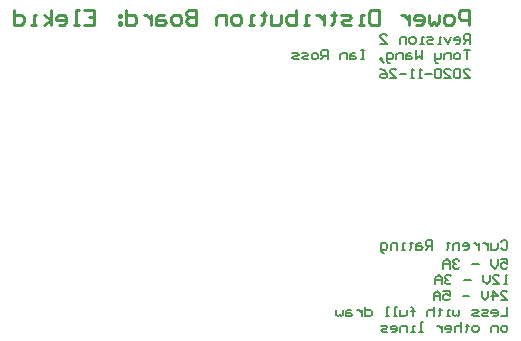
<source format=gbo>
G04*
G04 #@! TF.GenerationSoftware,Altium Limited,Altium Designer,20.1.11 (218)*
G04*
G04 Layer_Color=32896*
%FSLAX25Y25*%
%MOIN*%
G70*
G04*
G04 #@! TF.SameCoordinates,E6626CB0-0D60-4EC0-B616-354E29CAD756*
G04*
G04*
G04 #@! TF.FilePolarity,Positive*
G04*
G01*
G75*
%ADD14C,0.00600*%
%ADD78C,0.01000*%
D14*
X248767Y53726D02*
X249301Y54259D01*
X250367D01*
X250900Y53726D01*
Y51593D01*
X250367Y51060D01*
X249301D01*
X248767Y51593D01*
X247701Y53193D02*
Y51593D01*
X247168Y51060D01*
X245568D01*
Y53193D01*
X244502D02*
Y51060D01*
Y52126D01*
X243969Y52660D01*
X243436Y53193D01*
X242903D01*
X241303D02*
Y51060D01*
Y52126D01*
X240770Y52660D01*
X240237Y53193D01*
X239704D01*
X236505Y51060D02*
X237571D01*
X238104Y51593D01*
Y52660D01*
X237571Y53193D01*
X236505D01*
X235971Y52660D01*
Y52126D01*
X238104D01*
X234905Y51060D02*
Y53193D01*
X233306D01*
X232772Y52660D01*
Y51060D01*
X231173Y53726D02*
Y53193D01*
X231706D01*
X230640D01*
X231173D01*
Y51593D01*
X230640Y51060D01*
X225841D02*
Y54259D01*
X224242D01*
X223709Y53726D01*
Y52660D01*
X224242Y52126D01*
X225841D01*
X224775D02*
X223709Y51060D01*
X222109Y53193D02*
X221043D01*
X220510Y52660D01*
Y51060D01*
X222109D01*
X222642Y51593D01*
X222109Y52126D01*
X220510D01*
X218910Y53726D02*
Y53193D01*
X219443D01*
X218377D01*
X218910D01*
Y51593D01*
X218377Y51060D01*
X216778D02*
X215711D01*
X216245D01*
Y53193D01*
X216778D01*
X214112Y51060D02*
Y53193D01*
X212512D01*
X211979Y52660D01*
Y51060D01*
X209847Y49994D02*
X209313D01*
X208780Y50527D01*
Y53193D01*
X210380D01*
X210913Y52660D01*
Y51593D01*
X210380Y51060D01*
X208780D01*
X248767Y47914D02*
X250900D01*
Y46314D01*
X249834Y46848D01*
X249301D01*
X248767Y46314D01*
Y45248D01*
X249301Y44715D01*
X250367D01*
X250900Y45248D01*
X247701Y47914D02*
Y45781D01*
X246635Y44715D01*
X245568Y45781D01*
Y47914D01*
X241303Y46314D02*
X239170D01*
X234905Y47381D02*
X234372Y47914D01*
X233306D01*
X232772Y47381D01*
Y46848D01*
X233306Y46314D01*
X233839D01*
X233306D01*
X232772Y45781D01*
Y45248D01*
X233306Y44715D01*
X234372D01*
X234905Y45248D01*
X231706Y44715D02*
Y46848D01*
X230640Y47914D01*
X229573Y46848D01*
Y44715D01*
Y46314D01*
X231706D01*
X250900Y39436D02*
X249834D01*
X250367D01*
Y42635D01*
X250900Y42102D01*
X246102Y39436D02*
X248234D01*
X246102Y41569D01*
Y42102D01*
X246635Y42635D01*
X247701D01*
X248234Y42102D01*
X245035Y42635D02*
Y40503D01*
X243969Y39436D01*
X242903Y40503D01*
Y42635D01*
X238637Y41036D02*
X236505D01*
X232239Y42102D02*
X231706Y42635D01*
X230640D01*
X230107Y42102D01*
Y41569D01*
X230640Y41036D01*
X231173D01*
X230640D01*
X230107Y40503D01*
Y39969D01*
X230640Y39436D01*
X231706D01*
X232239Y39969D01*
X229040Y39436D02*
Y41569D01*
X227974Y42635D01*
X226908Y41569D01*
Y39436D01*
Y41036D01*
X229040D01*
X248767Y34157D02*
X250900D01*
X248767Y36290D01*
Y36823D01*
X249301Y37356D01*
X250367D01*
X250900Y36823D01*
X246101Y34157D02*
Y37356D01*
X247701Y35757D01*
X245568D01*
X244502Y37356D02*
Y35224D01*
X243436Y34157D01*
X242369Y35224D01*
Y37356D01*
X238104Y35757D02*
X235971D01*
X229573Y37356D02*
X231706D01*
Y35757D01*
X230640Y36290D01*
X230107D01*
X229573Y35757D01*
Y34691D01*
X230107Y34157D01*
X231173D01*
X231706Y34691D01*
X228507Y34157D02*
Y36290D01*
X227441Y37356D01*
X226375Y36290D01*
Y34157D01*
Y35757D01*
X228507D01*
X250900Y32078D02*
Y28879D01*
X248767D01*
X246101D02*
X247168D01*
X247701Y29412D01*
Y30478D01*
X247168Y31011D01*
X246101D01*
X245568Y30478D01*
Y29945D01*
X247701D01*
X244502Y28879D02*
X242903D01*
X242369Y29412D01*
X242903Y29945D01*
X243969D01*
X244502Y30478D01*
X243969Y31011D01*
X242369D01*
X241303Y28879D02*
X239704D01*
X239170Y29412D01*
X239704Y29945D01*
X240770D01*
X241303Y30478D01*
X240770Y31011D01*
X239170D01*
X234905D02*
Y29412D01*
X234372Y28879D01*
X233839Y29412D01*
X233306Y28879D01*
X232772Y29412D01*
Y31011D01*
X231706Y28879D02*
X230640D01*
X231173D01*
Y31011D01*
X231706D01*
X228507Y31545D02*
Y31011D01*
X229040D01*
X227974D01*
X228507D01*
Y29412D01*
X227974Y28879D01*
X226375Y32078D02*
Y28879D01*
Y30478D01*
X225841Y31011D01*
X224775D01*
X224242Y30478D01*
Y28879D01*
X219443D02*
Y31545D01*
Y30478D01*
X219977D01*
X218910D01*
X219443D01*
Y31545D01*
X218910Y32078D01*
X217311Y31011D02*
Y29412D01*
X216778Y28879D01*
X215178D01*
Y31011D01*
X214112Y28879D02*
X213046D01*
X213579D01*
Y32078D01*
X214112D01*
X211446Y28879D02*
X210380D01*
X210913D01*
Y32078D01*
X211446D01*
X203449D02*
Y28879D01*
X205048D01*
X205581Y29412D01*
Y30478D01*
X205048Y31011D01*
X203449D01*
X202382D02*
Y28879D01*
Y29945D01*
X201849Y30478D01*
X201316Y31011D01*
X200783D01*
X198650D02*
X197584D01*
X197051Y30478D01*
Y28879D01*
X198650D01*
X199183Y29412D01*
X198650Y29945D01*
X197051D01*
X195984Y31011D02*
Y29412D01*
X195451Y28879D01*
X194918Y29412D01*
X194385Y28879D01*
X193852Y29412D01*
Y31011D01*
X250367Y23600D02*
X249301D01*
X248767Y24133D01*
Y25199D01*
X249301Y25733D01*
X250367D01*
X250900Y25199D01*
Y24133D01*
X250367Y23600D01*
X247701D02*
Y25733D01*
X246101D01*
X245568Y25199D01*
Y23600D01*
X240770D02*
X239704D01*
X239170Y24133D01*
Y25199D01*
X239704Y25733D01*
X240770D01*
X241303Y25199D01*
Y24133D01*
X240770Y23600D01*
X237571Y26266D02*
Y25733D01*
X238104D01*
X237038D01*
X237571D01*
Y24133D01*
X237038Y23600D01*
X235438Y26799D02*
Y23600D01*
Y25199D01*
X234905Y25733D01*
X233839D01*
X233306Y25199D01*
Y23600D01*
X230640D02*
X231706D01*
X232239Y24133D01*
Y25199D01*
X231706Y25733D01*
X230640D01*
X230107Y25199D01*
Y24666D01*
X232239D01*
X229040Y25733D02*
Y23600D01*
Y24666D01*
X228507Y25199D01*
X227974Y25733D01*
X227441D01*
X222642Y23600D02*
X221576D01*
X222109D01*
Y26799D01*
X222642D01*
X219977Y23600D02*
X218910D01*
X219443D01*
Y25733D01*
X219977D01*
X217311Y23600D02*
Y25733D01*
X215711D01*
X215178Y25199D01*
Y23600D01*
X212512D02*
X213579D01*
X214112Y24133D01*
Y25199D01*
X213579Y25733D01*
X212512D01*
X211979Y25199D01*
Y24666D01*
X214112D01*
X210913Y23600D02*
X209313D01*
X208780Y24133D01*
X209313Y24666D01*
X210380D01*
X210913Y25199D01*
X210380Y25733D01*
X208780D01*
X238400Y119724D02*
Y122923D01*
X236801D01*
X236267Y122390D01*
Y121323D01*
X236801Y120790D01*
X238400D01*
X237334D02*
X236267Y119724D01*
X233601D02*
X234668D01*
X235201Y120257D01*
Y121323D01*
X234668Y121856D01*
X233601D01*
X233068Y121323D01*
Y120790D01*
X235201D01*
X232002Y121856D02*
X230936Y119724D01*
X229869Y121856D01*
X228803Y119724D02*
X227737D01*
X228270D01*
Y121856D01*
X228803D01*
X226137Y119724D02*
X224538D01*
X224005Y120257D01*
X224538Y120790D01*
X225604D01*
X226137Y121323D01*
X225604Y121856D01*
X224005D01*
X222938Y119724D02*
X221872D01*
X222405D01*
Y121856D01*
X222938D01*
X219739Y119724D02*
X218673D01*
X218140Y120257D01*
Y121323D01*
X218673Y121856D01*
X219739D01*
X220272Y121323D01*
Y120257D01*
X219739Y119724D01*
X217073D02*
Y121856D01*
X215474D01*
X214941Y121323D01*
Y119724D01*
X208543D02*
X210676D01*
X208543Y121856D01*
Y122390D01*
X209076Y122923D01*
X210142D01*
X210676Y122390D01*
X238400Y117644D02*
X236267D01*
X237334D01*
Y114445D01*
X234668D02*
X233601D01*
X233068Y114978D01*
Y116045D01*
X233601Y116578D01*
X234668D01*
X235201Y116045D01*
Y114978D01*
X234668Y114445D01*
X232002D02*
Y116578D01*
X230403D01*
X229869Y116045D01*
Y114445D01*
X228803Y116578D02*
Y114978D01*
X228270Y114445D01*
X226670D01*
Y113912D01*
X227204Y113379D01*
X227737D01*
X226670Y114445D02*
Y116578D01*
X222405Y117644D02*
Y114445D01*
X221339Y115511D01*
X220272Y114445D01*
Y117644D01*
X218673Y116578D02*
X217607D01*
X217073Y116045D01*
Y114445D01*
X218673D01*
X219206Y114978D01*
X218673Y115511D01*
X217073D01*
X216007Y114445D02*
Y116578D01*
X214408D01*
X213875Y116045D01*
Y114445D01*
X211742Y113379D02*
X211209D01*
X210676Y113912D01*
Y116578D01*
X212275D01*
X212808Y116045D01*
Y114978D01*
X212275Y114445D01*
X210676D01*
X209076Y113912D02*
X208543Y114445D01*
Y114978D01*
X209076D01*
Y114445D01*
X208543D01*
X209076Y113912D01*
X209609Y113379D01*
X203211Y117644D02*
X202145D01*
X202678D01*
Y114445D01*
X203211D01*
X202145D01*
X200012Y116578D02*
X198946D01*
X198413Y116045D01*
Y114445D01*
X200012D01*
X200546Y114978D01*
X200012Y115511D01*
X198413D01*
X197347Y114445D02*
Y116578D01*
X195747D01*
X195214Y116045D01*
Y114445D01*
X190949D02*
Y117644D01*
X189349D01*
X188816Y117111D01*
Y116045D01*
X189349Y115511D01*
X190949D01*
X189882D02*
X188816Y114445D01*
X187216D02*
X186150D01*
X185617Y114978D01*
Y116045D01*
X186150Y116578D01*
X187216D01*
X187750Y116045D01*
Y114978D01*
X187216Y114445D01*
X184551D02*
X182951D01*
X182418Y114978D01*
X182951Y115511D01*
X184018D01*
X184551Y116045D01*
X184018Y116578D01*
X182418D01*
X181352Y114445D02*
X179752D01*
X179219Y114978D01*
X179752Y115511D01*
X180819D01*
X181352Y116045D01*
X180819Y116578D01*
X179219D01*
X236267Y108100D02*
X238400D01*
X236267Y110233D01*
Y110766D01*
X236801Y111299D01*
X237867D01*
X238400Y110766D01*
X235201D02*
X234668Y111299D01*
X233601D01*
X233068Y110766D01*
Y108633D01*
X233601Y108100D01*
X234668D01*
X235201Y108633D01*
Y110766D01*
X229869Y108100D02*
X232002D01*
X229869Y110233D01*
Y110766D01*
X230403Y111299D01*
X231469D01*
X232002Y110766D01*
X228803D02*
X228270Y111299D01*
X227204D01*
X226670Y110766D01*
Y108633D01*
X227204Y108100D01*
X228270D01*
X228803Y108633D01*
Y110766D01*
X225604Y109699D02*
X223471D01*
X222405Y108100D02*
X221339D01*
X221872D01*
Y111299D01*
X222405Y110766D01*
X219739Y108100D02*
X218673D01*
X219206D01*
Y111299D01*
X219739Y110766D01*
X217073Y109699D02*
X214941D01*
X211742Y108100D02*
X213875D01*
X211742Y110233D01*
Y110766D01*
X212275Y111299D01*
X213341D01*
X213875Y110766D01*
X208543Y111299D02*
X209609Y110766D01*
X210676Y109699D01*
Y108633D01*
X210142Y108100D01*
X209076D01*
X208543Y108633D01*
Y109166D01*
X209076Y109699D01*
X210676D01*
D78*
X238000Y126000D02*
Y130998D01*
X235501D01*
X234668Y130165D01*
Y128499D01*
X235501Y127666D01*
X238000D01*
X232169Y126000D02*
X230502D01*
X229669Y126833D01*
Y128499D01*
X230502Y129332D01*
X232169D01*
X233002Y128499D01*
Y126833D01*
X232169Y126000D01*
X228003Y129332D02*
Y126833D01*
X227170Y126000D01*
X226337Y126833D01*
X225504Y126000D01*
X224671Y126833D01*
Y129332D01*
X220506Y126000D02*
X222172D01*
X223005Y126833D01*
Y128499D01*
X222172Y129332D01*
X220506D01*
X219673Y128499D01*
Y127666D01*
X223005D01*
X218006Y129332D02*
Y126000D01*
Y127666D01*
X217173Y128499D01*
X216340Y129332D01*
X215507D01*
X208010Y130998D02*
Y126000D01*
X205510D01*
X204678Y126833D01*
Y130165D01*
X205510Y130998D01*
X208010D01*
X203011Y126000D02*
X201345D01*
X202178D01*
Y129332D01*
X203011D01*
X198846Y126000D02*
X196347D01*
X195514Y126833D01*
X196347Y127666D01*
X198013D01*
X198846Y128499D01*
X198013Y129332D01*
X195514D01*
X193015Y130165D02*
Y129332D01*
X193848D01*
X192182D01*
X193015D01*
Y126833D01*
X192182Y126000D01*
X189682Y129332D02*
Y126000D01*
Y127666D01*
X188849Y128499D01*
X188016Y129332D01*
X187183D01*
X184684Y126000D02*
X183018D01*
X183851D01*
Y129332D01*
X184684D01*
X180519Y130998D02*
Y126000D01*
X178019D01*
X177186Y126833D01*
Y127666D01*
Y128499D01*
X178019Y129332D01*
X180519D01*
X175520D02*
Y126833D01*
X174687Y126000D01*
X172188D01*
Y129332D01*
X169689Y130165D02*
Y129332D01*
X170522D01*
X168856D01*
X169689D01*
Y126833D01*
X168856Y126000D01*
X166357D02*
X164690D01*
X165524D01*
Y129332D01*
X166357D01*
X161358Y126000D02*
X159692D01*
X158859Y126833D01*
Y128499D01*
X159692Y129332D01*
X161358D01*
X162191Y128499D01*
Y126833D01*
X161358Y126000D01*
X157193D02*
Y129332D01*
X154694D01*
X153861Y128499D01*
Y126000D01*
X147196Y130998D02*
Y126000D01*
X144697D01*
X143864Y126833D01*
Y127666D01*
X144697Y128499D01*
X147196D01*
X144697D01*
X143864Y129332D01*
Y130165D01*
X144697Y130998D01*
X147196D01*
X141365Y126000D02*
X139699D01*
X138865Y126833D01*
Y128499D01*
X139699Y129332D01*
X141365D01*
X142198Y128499D01*
Y126833D01*
X141365Y126000D01*
X136366Y129332D02*
X134700D01*
X133867Y128499D01*
Y126000D01*
X136366D01*
X137199Y126833D01*
X136366Y127666D01*
X133867D01*
X132201Y129332D02*
Y126000D01*
Y127666D01*
X131368Y128499D01*
X130535Y129332D01*
X129702D01*
X123870Y130998D02*
Y126000D01*
X126370D01*
X127203Y126833D01*
Y128499D01*
X126370Y129332D01*
X123870D01*
X122204D02*
X121371D01*
Y128499D01*
X122204D01*
Y129332D01*
Y126833D02*
X121371D01*
Y126000D01*
X122204D01*
Y126833D01*
X109708Y130998D02*
X113040D01*
Y126000D01*
X109708D01*
X113040Y128499D02*
X111374D01*
X108042Y126000D02*
X106376D01*
X107209D01*
Y130998D01*
X108042D01*
X101378Y126000D02*
X103044D01*
X103877Y126833D01*
Y128499D01*
X103044Y129332D01*
X101378D01*
X100545Y128499D01*
Y127666D01*
X103877D01*
X98878Y126000D02*
Y130998D01*
Y127666D02*
X96379Y129332D01*
X98878Y127666D02*
X96379Y126000D01*
X93880D02*
X92214D01*
X93047D01*
Y129332D01*
X93880D01*
X86382Y130998D02*
Y126000D01*
X88882D01*
X89715Y126833D01*
Y128499D01*
X88882Y129332D01*
X86382D01*
M02*

</source>
